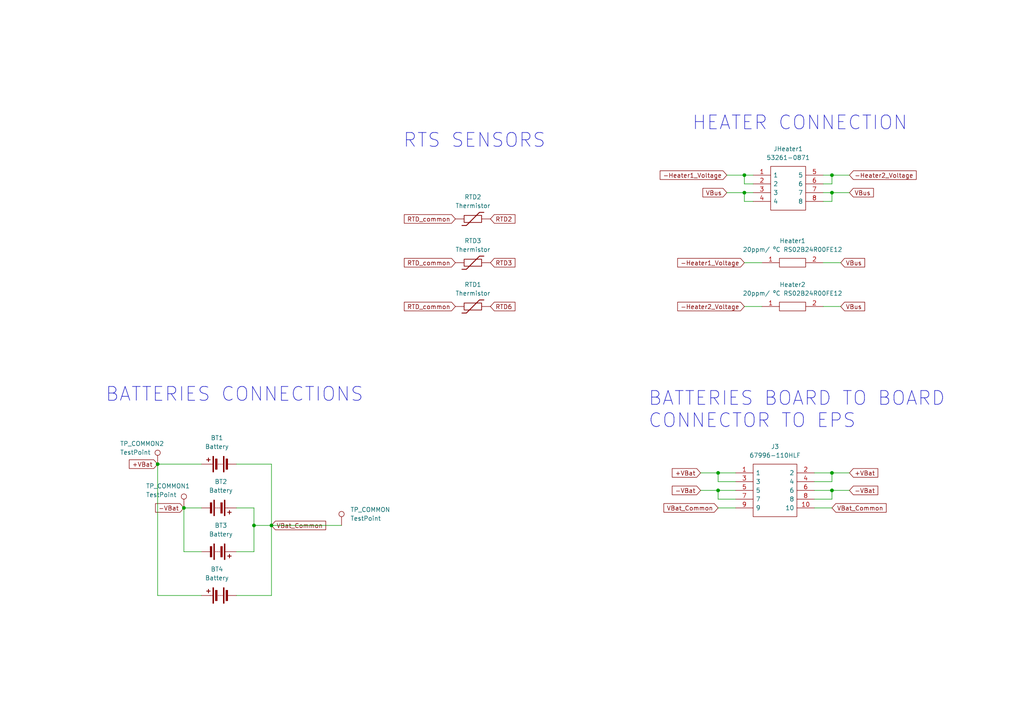
<source format=kicad_sch>
(kicad_sch (version 20230121) (generator eeschema)
  (paper "A4")
  (lib_symbols
    (symbol "53261-0871:53261-0871" (pin_names (offset 0.762))
      (property "Reference" "J" (at 16.51 7.62 0))
      (property "Value" "53261-0871" (at 16.51 5.08 0))
      (symbol "53261-0871_0_0"
        (pin passive line (at 0 0 0) (length 5.08) (name "1") (number "1"))
        (pin passive line (at 0 -2.54 0) (length 5.08) (name "2") (number "2"))
        (pin passive line (at 0 -5.08 0) (length 5.08) (name "3") (number "3"))
        (pin passive line (at 0 -7.62 0) (length 5.08) (name "4") (number "4"))
        (pin passive line (at 20.32 0 180) (length 5.08) (name "5") (number "5"))
        (pin passive line (at 20.32 -2.54 180) (length 5.08) (name "6") (number "6"))
        (pin passive line (at 20.32 -5.08 180) (length 5.08) (name "7") (number "7"))
        (pin passive line (at 20.32 -7.62 180) (length 5.08) (name "8") (number "8"))
      )
      (symbol "53261-0871_0_1"
        (polyline (pts (xy 5.08 2.54) (xy 15.24 2.54) (xy 15.24 -10.16) (xy 5.08 -10.16) (xy 5.08 2.54)) (stroke (width 0.1524)))
      )
    )
    (symbol "67996-110HLF:67996-110HLF" (pin_names (offset 0.762))
      (property "Reference" "J" (at 19.05 7.62 0))
      (property "Value" "67996-110HLF" (at 19.05 5.08 0))
      (symbol "67996-110HLF_0_0"
        (pin passive line (at 0 0 0) (length 5.08) (name "1") (number "1"))
        (pin passive line (at 22.86 -10.16 180) (length 5.08) (name "10") (number "10"))
        (pin passive line (at 22.86 0 180) (length 5.08) (name "2") (number "2"))
        (pin passive line (at 0 -2.54 0) (length 5.08) (name "3") (number "3"))
        (pin passive line (at 22.86 -2.54 180) (length 5.08) (name "4") (number "4"))
        (pin passive line (at 0 -5.08 0) (length 5.08) (name "5") (number "5"))
        (pin passive line (at 22.86 -5.08 180) (length 5.08) (name "6") (number "6"))
        (pin passive line (at 0 -7.62 0) (length 5.08) (name "7") (number "7"))
        (pin passive line (at 22.86 -7.62 180) (length 5.08) (name "8") (number "8"))
        (pin passive line (at 0 -10.16 0) (length 5.08) (name "9") (number "9"))
      )
      (symbol "67996-110HLF_0_1"
        (polyline (pts (xy 5.08 2.54) (xy 17.78 2.54) (xy 17.78 -12.7) (xy 5.08 -12.7) (xy 5.08 2.54)) (stroke (width 0.1524)))
      )
    )
    (symbol "Connector:TestPoint" (pin_numbers hide) (pin_names (offset 0.762) hide)
      (property "Reference" "TP" (at 0 6.858 0))
      (property "Value" "TestPoint" (at 0 5.08 0))
      (symbol "TestPoint_0_1"
        (circle (center 0 3.302) (radius 0.762))
      )
      (symbol "TestPoint_1_1"
        (pin passive line (at 0 0 90) (length 2.54) (name "1") (number "1"))
      )
    )
    (symbol "Device:Battery" (pin_numbers hide) (pin_names (offset 0) hide)
      (property "Reference" "BT" (at 2.54 2.54 0))
      (property "Value" "Battery" (at 2.54 0 0))
      (symbol "Battery_0_1"
        (rectangle (start -2.286 -1.27) (end 2.286 -1.524) (fill (type outline)))
        (rectangle (start -2.286 1.778) (end 2.286 1.524) (fill (type outline)))
        (rectangle (start -1.524 -2.032) (end 1.524 -2.54) (fill (type outline)))
        (rectangle (start -1.524 1.016) (end 1.524 0.508) (fill (type outline)))
        (polyline (pts (xy 0 -1.016) (xy 0 -0.762)))
        (polyline (pts (xy 0 -0.508) (xy 0 -0.254)))
        (polyline (pts (xy 0 0) (xy 0 0.254)))
        (polyline (pts (xy 0 1.778) (xy 0 2.54)))
        (polyline (pts (xy 0.762 3.048) (xy 1.778 3.048)) (stroke (width 0.254)))
        (polyline (pts (xy 1.27 3.556) (xy 1.27 2.54)) (stroke (width 0.254)))
      )
      (symbol "Battery_1_1"
        (pin passive line (at 0 5.08 270) (length 2.54) (name "+") (number "1"))
        (pin passive line (at 0 -5.08 90) (length 2.54) (name "-") (number "2"))
      )
    )
    (symbol "Device:Thermistor" (pin_numbers hide) (pin_names (offset 0))
      (property "Reference" "TH" (at 2.54 1.27 90))
      (property "Value" "Thermistor" (at -2.54 0 90))
      (symbol "Thermistor_0_1"
        (rectangle (start -1.016 2.54) (end 1.016 -2.54) (stroke (width 0.2032)))
        (polyline (pts (xy -1.905 3.175) (xy -1.905 1.905) (xy 1.905 -1.905) (xy 1.905 -3.175) (xy 1.905 -3.175)) (stroke (width 0.254)))
      )
      (symbol "Thermistor_1_1"
        (pin passive line (at 0 5.08 270) (length 2.54) (name "~") (number "1"))
        (pin passive line (at 0 -5.08 90) (length 2.54) (name "~") (number "2"))
      )
    )
    (symbol "RS02B24R00FE12:RS02B24R00FE12" (pin_names (offset 0.762))
      (property "Reference" "R" (at 13.97 6.35 0))
      (property "Value" "RS02B24R00FE12" (at 13.97 3.81 0))
      (symbol "RS02B24R00FE12_0_0"
        (pin passive line (at 0 0 0) (length 5.08) (name "~") (number "1"))
        (pin passive line (at 17.78 0 180) (length 5.08) (name "~") (number "2"))
      )
      (symbol "RS02B24R00FE12_0_1"
        (polyline (pts (xy 5.08 1.27) (xy 12.7 1.27) (xy 12.7 -1.27) (xy 5.08 -1.27) (xy 5.08 1.27)) (stroke (width 0.1524)))
      )
    )
  )
  (junction (at 215.9 55.88))
  (junction (at 241.3 50.8))
  (junction (at 208.28 142.24))
  (junction (at 241.3 142.24))
  (junction (at 73.66 152.4))
  (junction (at 241.3 55.88))
  (junction (at 78.74 152.4))
  (junction (at 53.34 147.32))
  (junction (at 215.9 50.8))
  (junction (at 241.3 137.16))
  (junction (at 45.72 134.62))
  (junction (at 208.28 137.16))
  (wire (pts (xy 236.22 139.7) (xy 241.3 139.7)))
  (wire (pts (xy 73.66 152.4) (xy 78.74 152.4)))
  (wire (pts (xy 238.76 76.2) (xy 243.84 76.2)))
  (wire (pts (xy 215.9 50.8) (xy 218.44 50.8)))
  (wire (pts (xy 58.42 147.32) (xy 53.34 147.32)))
  (wire (pts (xy 58.42 172.72) (xy 45.72 172.72)))
  (wire (pts (xy 208.28 137.16) (xy 208.28 139.7)))
  (wire (pts (xy 203.2 142.24) (xy 208.28 142.24)))
  (wire (pts (xy 208.28 144.78) (xy 213.36 144.78)))
  (wire (pts (xy 203.2 137.16) (xy 208.28 137.16)))
  (wire (pts (xy 236.22 147.32) (xy 241.3 147.32)))
  (wire (pts (xy 73.66 152.4) (xy 73.66 160.02)))
  (wire (pts (xy 241.3 55.88) (xy 246.38 55.88)))
  (wire (pts (xy 236.22 144.78) (xy 241.3 144.78)))
  (wire (pts (xy 78.74 152.4) (xy 99.06 152.4)))
  (wire (pts (xy 238.76 88.9) (xy 243.84 88.9)))
  (wire (pts (xy 53.34 160.02) (xy 58.42 160.02)))
  (wire (pts (xy 73.66 147.32) (xy 73.66 152.4)))
  (wire (pts (xy 238.76 55.88) (xy 241.3 55.88)))
  (wire (pts (xy 241.3 137.16) (xy 236.22 137.16)))
  (wire (pts (xy 68.58 172.72) (xy 78.74 172.72)))
  (wire (pts (xy 241.3 50.8) (xy 246.38 50.8)))
  (wire (pts (xy 241.3 53.34) (xy 241.3 50.8)))
  (wire (pts (xy 73.66 160.02) (xy 68.58 160.02)))
  (wire (pts (xy 218.44 53.34) (xy 215.9 53.34)))
  (wire (pts (xy 210.82 50.8) (xy 215.9 50.8)))
  (wire (pts (xy 241.3 142.24) (xy 236.22 142.24)))
  (wire (pts (xy 78.74 134.62) (xy 78.74 152.4)))
  (wire (pts (xy 210.82 55.88) (xy 215.9 55.88)))
  (wire (pts (xy 78.74 152.4) (xy 78.74 172.72)))
  (wire (pts (xy 213.36 137.16) (xy 208.28 137.16)))
  (wire (pts (xy 215.9 53.34) (xy 215.9 50.8)))
  (wire (pts (xy 208.28 139.7) (xy 213.36 139.7)))
  (wire (pts (xy 238.76 50.8) (xy 241.3 50.8)))
  (wire (pts (xy 213.36 142.24) (xy 208.28 142.24)))
  (wire (pts (xy 215.9 76.2) (xy 220.98 76.2)))
  (wire (pts (xy 68.58 134.62) (xy 78.74 134.62)))
  (wire (pts (xy 238.76 58.42) (xy 241.3 58.42)))
  (wire (pts (xy 215.9 58.42) (xy 215.9 55.88)))
  (wire (pts (xy 241.3 58.42) (xy 241.3 55.88)))
  (wire (pts (xy 68.58 147.32) (xy 73.66 147.32)))
  (wire (pts (xy 241.3 137.16) (xy 246.38 137.16)))
  (wire (pts (xy 45.72 172.72) (xy 45.72 134.62)))
  (wire (pts (xy 218.44 58.42) (xy 215.9 58.42)))
  (wire (pts (xy 208.28 142.24) (xy 208.28 144.78)))
  (wire (pts (xy 241.3 139.7) (xy 241.3 137.16)))
  (wire (pts (xy 215.9 88.9) (xy 220.98 88.9)))
  (wire (pts (xy 45.72 134.62) (xy 58.42 134.62)))
  (bus (pts (xy 322.58 60.96) (xy 323.215 60.96)))
  (wire (pts (xy 238.76 53.34) (xy 241.3 53.34)))
  (wire (pts (xy 215.9 55.88) (xy 218.44 55.88)))
  (wire (pts (xy 241.3 142.24) (xy 246.38 142.24)))
  (wire (pts (xy 241.3 144.78) (xy 241.3 142.24)))
  (wire (pts (xy 53.34 147.32) (xy 53.34 160.02)))
  (wire (pts (xy 208.28 147.32) (xy 213.36 147.32)))
  (text "BATTERIES BOARD TO BOARD \nCONNECTOR TO EPS\n" (at 187.96 124.46 0) (effects (font (size 4 4)) (justify left bottom)))
  (text "RTS SENSORS\n" (at 116.84 43.18 0) (effects (font (size 4 4)) (justify left bottom)))
  (text "HEATER CONNECTION" (at 200.66 38.1 0) (effects (font (size 4 4)) (justify left bottom)))
  (text "BATTERIES CONNECTIONS\n" (at 30.48 116.84 0) (effects (font (size 4 4)) (justify left bottom)))
  (global_label "VBus" (shape input) (at 243.84 76.2 0) (property "Intersheetrefs" "${INTERSHEET_REFS}" (effects hide)))
  (global_label "-Heater1_Voltage" (shape input) (at 210.82 50.8 180) (property "Intersheetrefs" "${INTERSHEET_REFS}" (effects hide)))
  (global_label "-VBat" (shape input) (at 53.34 147.32 180) (property "Intersheetrefs" "${INTERSHEET_REFS}" (effects hide)))
  (global_label "-VBat" (shape input) (at 246.38 142.24 0) (property "Intersheetrefs" "${INTERSHEET_REFS}" (effects hide)))
  (global_label "+VBat" (shape input) (at 45.72 134.62 180) (property "Intersheetrefs" "${INTERSHEET_REFS}" (effects hide)))
  (global_label "VBat_Common" (shape input) (at 78.74 152.4 0) (property "Intersheetrefs" "${INTERSHEET_REFS}" (effects hide)))
  (global_label "-Heater2_Voltage" (shape input) (at 215.9 88.9 180) (property "Intersheetrefs" "${INTERSHEET_REFS}" (effects hide)))
  (global_label "VBat_Common" (shape input) (at 241.3 147.32 0) (property "Intersheetrefs" "${INTERSHEET_REFS}" (effects hide)))
  (global_label "RTD_common" (shape input) (at 132.08 76.2 180) (property "Intersheetrefs" "${INTERSHEET_REFS}" (effects hide)))
  (global_label "-VBat" (shape input) (at 203.2 142.24 180) (property "Intersheetrefs" "${INTERSHEET_REFS}" (effects hide)))
  (global_label "VBus" (shape input) (at 243.84 88.9 0) (property "Intersheetrefs" "${INTERSHEET_REFS}" (effects hide)))
  (global_label "RTD3" (shape input) (at 142.24 76.2 0) (property "Intersheetrefs" "${INTERSHEET_REFS}" (effects hide)))
  (global_label "VBus" (shape input) (at 246.38 55.88 0) (property "Intersheetrefs" "${INTERSHEET_REFS}" (effects hide)))
  (global_label "VBat_Common" (shape input) (at 208.28 147.32 180) (property "Intersheetrefs" "${INTERSHEET_REFS}" (effects hide)))
  (global_label "+VBat" (shape input) (at 246.38 137.16 0) (property "Intersheetrefs" "${INTERSHEET_REFS}" (effects hide)))
  (global_label "RTD6" (shape input) (at 142.24 88.9 0) (property "Intersheetrefs" "${INTERSHEET_REFS}" (effects hide)))
  (global_label "RTD_common" (shape input) (at 132.08 88.9 180) (property "Intersheetrefs" "${INTERSHEET_REFS}" (effects hide)))
  (global_label "-Heater1_Voltage" (shape input) (at 215.9 76.2 180) (property "Intersheetrefs" "${INTERSHEET_REFS}" (effects hide)))
  (global_label "RTD2" (shape input) (at 142.24 63.5 0) (property "Intersheetrefs" "${INTERSHEET_REFS}" (effects hide)))
  (global_label "+VBat" (shape input) (at 203.2 137.16 180) (property "Intersheetrefs" "${INTERSHEET_REFS}" (effects hide)))
  (global_label "-Heater2_Voltage" (shape input) (at 246.38 50.8 0) (property "Intersheetrefs" "${INTERSHEET_REFS}" (effects hide)))
  (global_label "VBus" (shape input) (at 210.82 55.88 180) (property "Intersheetrefs" "${INTERSHEET_REFS}" (effects hide)))
  (global_label "RTD_common" (shape input) (at 132.08 63.5 180) (property "Intersheetrefs" "${INTERSHEET_REFS}" (effects hide)))
  (symbol (lib_id "Device:Battery") (at 63.5 134.62 90) (unit 1)
    (property "Reference" "BT1" (at 62.9285 127 90))
    (property "Value" "Battery" (at 62.9285 129.54 90))
  )
  (symbol (lib_id "53261-0871:53261-0871") (at 218.44 50.8 0) (unit 1)
    (property "Reference" "JHeater1" (at 228.6 43.18 0))
    (property "Value" "53261-0871" (at 228.6 45.72 0))
    (property "Datasheet" "http://www.molex.com/webdocs/datasheets/pdf/en-us/0532610871_PCB_HEADERS.pdf" (effects hide))
    (property "Description" "Molex PICOBLADE Series, Series Number 53261, 1.25mm Pitch, 8 Way 1 Row Shrouded Right Angle PCB Header, Surface Mount" (effects hide))
    (property "Mouser Part Number" "538-53261-0871" (effects hide))
    (property "Mouser Price/Stock" "https://www.mouser.co.uk/ProductDetail/Molex/53261-0871?qs=%252B72YyncTwW%252BggfdCJ7Netw%3D%3D" (effects hide))
    (property "Manufacturer_Name" "Molex" (effects hide))
    (property "Manufacturer_Part_Number" "53261-0871" (effects hide))
  )
  (symbol (lib_id "RS02B24R00FE12:RS02B24R00FE12") (at 220.98 76.2 0) (unit 1)
    (property "Reference" "Heater1" (at 229.87 69.85 0))
    (property "Value" "20ppm/ ºC RS02B24R00FE12" (at 229.87 72.39 0))
    (property "Datasheet" "https://www.vishay.com/docs/30204/rsns.pdf" (effects hide))
    (property "Description" "Wirewound Resistors, Industrial, Precision Power, Silicone Coated, Axial Lead" (effects hide))
    (property "Manufacturer_Name" "Vishay" (effects hide))
    (property "Manufacturer_Part_Number" "RS02B24R00FE12" (effects hide))
  )
  (symbol (lib_id "Device:Thermistor") (at 137.16 88.9 90) (unit 1)
    (property "Reference" "RTD1" (at 137.16 82.55 90))
    (property "Value" "Thermistor" (at 137.16 85.09 90))
  )
  (symbol (lib_id "Device:Battery") (at 63.5 147.32 270) (unit 1)
    (property "Reference" "BT2" (at 64.0715 139.7 90))
    (property "Value" "Battery" (at 64.0715 142.24 90))
  )
  (symbol (lib_id "Connector:TestPoint") (at 53.34 147.32 0) (unit 1)
    (property "Reference" "TP_COMMON1" (at 42.3133 140.9768 0) (effects (justify left)))
    (property "Value" "TestPoint" (at 42.3133 143.5168 0) (effects (justify left)))
  )
  (symbol (lib_id "RS02B24R00FE12:RS02B24R00FE12") (at 220.98 88.9 0) (unit 1)
    (property "Reference" "Heater2" (at 229.87 82.55 0))
    (property "Value" "20ppm/ ºC RS02B24R00FE12" (at 229.87 85.09 0))
    (property "Datasheet" "https://www.vishay.com/docs/30204/rsns.pdf" (effects hide))
    (property "Description" "Wirewound Resistors, Industrial, Precision Power, Silicone Coated, Axial Lead" (effects hide))
    (property "Manufacturer_Name" "Vishay" (effects hide))
    (property "Manufacturer_Part_Number" "RS02B24R00FE12" (effects hide))
  )
  (symbol (lib_id "Device:Thermistor") (at 137.16 63.5 90) (unit 1)
    (property "Reference" "RTD2" (at 137.16 57.15 90))
    (property "Value" "Thermistor" (at 137.16 59.69 90))
  )
  (symbol (lib_id "Device:Battery") (at 63.5 172.72 90) (unit 1)
    (property "Reference" "BT4" (at 62.9285 165.1 90))
    (property "Value" "Battery" (at 62.9285 167.64 90))
  )
  (symbol (lib_id "Connector:TestPoint") (at 99.06 152.4 0) (unit 1)
    (property "Reference" "TP_COMMON" (at 101.6 147.828 0) (effects (justify left)))
    (property "Value" "TestPoint" (at 101.6 150.368 0) (effects (justify left)))
  )
  (symbol (lib_id "Device:Battery") (at 63.5 160.02 270) (unit 1)
    (property "Reference" "BT3" (at 64.0715 152.4 90))
    (property "Value" "Battery" (at 64.0715 154.94 90))
  )
  (symbol (lib_id "Connector:TestPoint") (at 45.72 134.62 0) (unit 1)
    (property "Reference" "TP_COMMON2" (at 34.7955 128.6764 0) (effects (justify left)))
    (property "Value" "TestPoint" (at 34.7955 131.2164 0) (effects (justify left)))
  )
  (symbol (lib_id "Device:Thermistor") (at 137.16 76.2 90) (unit 1)
    (property "Reference" "RTD3" (at 137.16 69.85 90))
    (property "Value" "Thermistor" (at 137.16 72.39 90))
  )
  (symbol (lib_id "67996-110HLF:67996-110HLF") (at 213.36 137.16 0) (unit 1)
    (property "Reference" "J3" (at 224.79 129.54 0))
    (property "Value" "67996-110HLF" (at 224.79 132.08 0))
    (property "Datasheet" "https://cdn.amphenol-cs.com/media/wysiwyg/files/drawing/67996.pdf" (effects hide))
    (property "Description" "BergStik, Board to Board connector, Unshrouded vertical header, Through Hole, Double Row, 10 Positions, 2.54 mm (0.100in) Pitch" (effects hide))
    (property "Height" "8.58" (effects hide))
    (property "Mouser Part Number" "649-67996-110HLF" (effects hide))
    (property "Mouser Price/Stock" "https://www.mouser.co.uk/ProductDetail/Amphenol-FCI/67996-110HLF?qs=zh4O8xspOuxgf2RA9jR3ZQ%3D%3D" (effects hide))
    (property "Manufacturer_Name" "Amphenol Communications Solutions" (effects hide))
    (property "Manufacturer_Part_Number" "67996-110HLF" (effects hide))
  )
)
</source>
